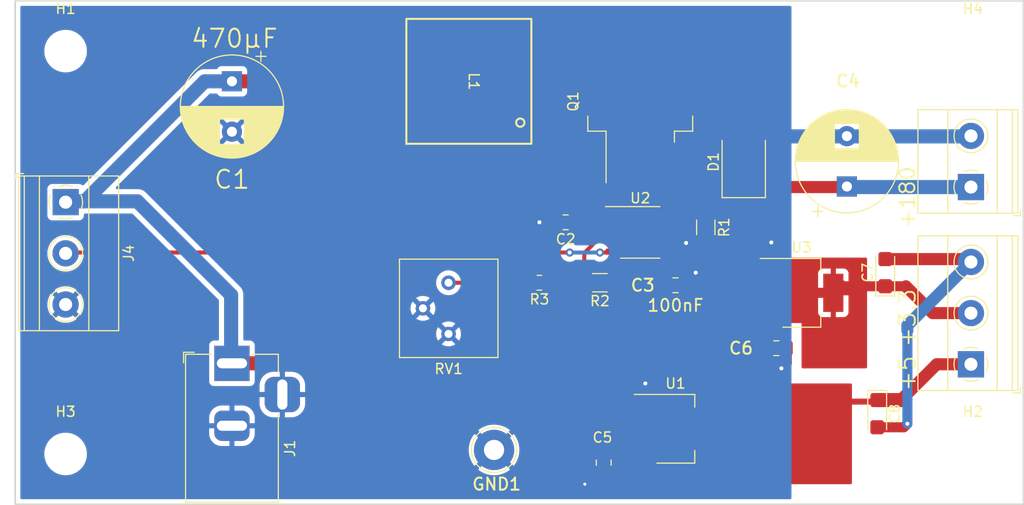
<source format=kicad_pcb>
(kicad_pcb (version 20211014) (generator pcbnew)
  (layers (0 "F.Cu" signal) (31 "B.Cu" signal) (34 "B.Paste" user) (35 "F.Paste" user) (36 "B.SilkS" user "B.Silkscreen") (37 "F.SilkS" user "F.Silkscreen") (38 "B.Mask" user) (39 "F.Mask" user) (44 "Edge.Cuts" user))
  (net 0 "")
  (net 1 "+12V")
  (net 2 "GND")
  (net 3 "Net-(C4-Pad1)")
  (net 4 "+5V")
  (net 5 "+3.3V")
  (net 6 "Net-(D1-Pad2)")
  (net 7 "HV_SHDN")
  (net 8 "Net-(Q1-Pad1)")
  (net 9 "Net-(Q1-Pad3)")
  (net 10 "Net-(R2-Pad2)")
  (net 11 "Net-(R3-Pad2)")
  (net 12 "Net-(C3-Pad1)")
  (footprint "MountingHole:MountingHole_3.2mm_M3" (layer "F.Cu") (at 195 105)
    (fp_text reference "H4" (at 0 -4.2) (layer "F.SilkS"))
    (fp_text value "M3")
    (pad "" np_thru_hole circle (at 0 0) (size 3.2 3.2) (drill 3.2) (layers *.Cu *.Mask))
  )
  (footprint "Package_TO_SOT_SMD:TO-263-2" (layer "F.Cu") (at 162 110 90)
    (fp_text reference "Q1" (at 0 -6.65 90) (layer "F.SilkS"))
    (fp_text value "~")
    (pad "1" smd rect (at -5.775 -2.54 90) (size 4.6 1.1) (layers "F.Cu" "F.Paste" "F.Mask") (net 8 "Net-(Q1-Pad1)"))
    (pad "2" smd rect (at 3.375 0 90) (size 9.4 10.8) (layers "F.Cu" "F.Mask") (net 6 "Net-(D1-Pad2)"))
    (pad "3" smd rect (at -5.775 2.54 90) (size 4.6 1.1) (layers "F.Cu" "F.Paste" "F.Mask") (net 9 "Net-(Q1-Pad3)"))
  )
  (footprint "Resistor_SMD:R_0805_2012Metric_Pad1.20x1.40mm_HandSolder" (layer "F.Cu") (at 152 128 180)
    (fp_text reference "R3" (at 0 -1.65) (layer "F.SilkS"))
    (fp_text value "6.8K")
    (pad "1" smd roundrect (at -1 0 180) (size 1.2 1.4) (layers "F.Cu" "F.Paste" "F.Mask") (roundrect_rratio 0.2083333333) (net 10 "Net-(R2-Pad2)"))
    (pad "2" smd roundrect (at 1 0 180) (size 1.2 1.4) (layers "F.Cu" "F.Paste" "F.Mask") (roundrect_rratio 0.2083333333) (net 11 "Net-(R3-Pad2)"))
  )
  (footprint "Resistor_SMD:R_1206_3216Metric_Pad1.30x1.75mm_HandSolder" (layer "F.Cu") (at 158 128 180)
    (fp_text reference "R2" (at 0 -1.82) (layer "F.SilkS"))
    (fp_text value "1.2M")
    (pad "1" smd roundrect (at -1.55 0 180) (size 1.3 1.75) (layers "F.Cu" "F.Paste" "F.Mask") (roundrect_rratio 0.1923076923) (net 3 "Net-(C4-Pad1)"))
    (pad "2" smd roundrect (at 1.55 0 180) (size 1.3 1.75) (layers "F.Cu" "F.Paste" "F.Mask") (roundrect_rratio 0.1923076923) (net 10 "Net-(R2-Pad2)"))
  )
  (footprint "Capacitor_Tantalum_SMD:CP_EIA-3216-18_Kemet-A" (layer "F.Cu") (at 186.3 127 90)
    (fp_text reference "C7" (at 0 -1.75 90) (layer "F.SilkS"))
    (fp_text value "10uF")
    (pad "1" smd roundrect (at -1.35 0 90) (size 1.4 1.35) (layers "F.Cu" "F.Paste" "F.Mask") (roundrect_rratio 0.1851851852) (net 5 "+3.3V"))
    (pad "2" smd roundrect (at 1.35 0 90) (size 1.4 1.35) (layers "F.Cu" "F.Paste" "F.Mask") (roundrect_rratio 0.1851851852) (net 2 "GND"))
  )
  (footprint "Diode_SMD:D_SMB" (layer "F.Cu") (at 172.26645 116 90)
    (fp_text reference "D1" (at 0 -3 90) (layer "F.SilkS"))
    (fp_text value "~")
    (pad "1" smd rect (at -2.15 0 90) (size 2.5 2.3) (layers "F.Cu" "F.Paste" "F.Mask") (net 3 "Net-(C4-Pad1)"))
    (pad "2" smd rect (at 2.15 0 90) (size 2.5 2.3) (layers "F.Cu" "F.Paste" "F.Mask") (net 6 "Net-(D1-Pad2)"))
  )
  (footprint "Connector_Library:BarrelJack_RS_805-1696" (layer "F.Cu") (at 121.5 136 90)
    (fp_text reference "J1" (at -8.45 5.75 90) (layer "F.SilkS"))
    (fp_text value "12VDC")
    (pad "1" thru_hole rect (at 0 0 90) (size 3.5 3.5) (drill oval 1 3) (layers *.Cu *.Mask) (net 1 "+12V"))
    (pad "2" thru_hole roundrect (at -6.2 0 90) (size 3 3.5) (drill oval 1 3) (layers *.Cu *.Mask) (net 2 "GND"))
    (pad "3" thru_hole roundrect (at -3.1 5 90) (size 3.5 3.5) (drill oval 3 1) (layers *.Cu *.Mask) (net 2 "GND"))
  )
  (footprint "Potentiometer_THT:Potentiometer_Bourns_3386P_Vertical" (layer "F.Cu") (at 142.985 128 180)
    (fp_text reference "RV1" (at -0.015 -8.555) (layer "F.SilkS"))
    (fp_text value "5K")
    (pad "1" thru_hole circle (at 0 0 180) (size 1.44 1.44) (drill 0.8) (layers *.Cu *.Mask) (net 11 "Net-(R3-Pad2)"))
    (pad "2" thru_hole circle (at 2.54 -2.54 180) (size 1.44 1.44) (drill 0.8) (layers *.Cu *.Mask) (net 2 "GND"))
    (pad "3" thru_hole circle (at 0 -5.08 180) (size 1.44 1.44) (drill 0.8) (layers *.Cu *.Mask) (net 2 "GND"))
  )
  (footprint "Capacitor_SMD:C_0805_2012Metric_Pad1.18x1.45mm_HandSolder" (layer "F.Cu") (at 158.375 145.861252 -90)
    (fp_text reference "C5" (at -2.5 0.125 180) (layer "F.SilkS"))
    (fp_text value "1uF")
    (pad "1" smd roundrect (at -1.0375 0 270) (size 1.175 1.45) (layers "F.Cu" "F.Paste" "F.Mask") (roundrect_rratio 0.2127659574) (net 1 "+12V"))
    (pad "2" smd roundrect (at 1.0375 0 270) (size 1.175 1.45) (layers "F.Cu" "F.Paste" "F.Mask") (roundrect_rratio 0.2127659574) (net 2 "GND"))
  )
  (footprint "Capacitor_SMD:C_0805_2012Metric" (layer "F.Cu") (at 154.6 122 180)
    (fp_text reference "C2" (at 0 -1.68) (layer "F.SilkS"))
    (fp_text value "100nF")
    (pad "1" smd roundrect (at -0.95 0 180) (size 1 1.45) (layers "F.Cu" "F.Paste" "F.Mask") (net 1 "+12V"))
    (pad "2" smd roundrect (at 0.95 0 180) (size 1 1.45) (layers "F.Cu" "F.Paste" "F.Mask") (net 2 "GND"))
  )
  (footprint "TestPoint:TestPoint_THTPad_D4.0mm_Drill2.0mm" (layer "F.Cu") (at 147.5 144.6)
    (fp_text reference "GND1" (at 0.25 3.4) (layer "F.SilkS") (effects (font (size 1.2 1.2) (thickness 0.2))))
    (fp_text value "TestPoint")
    (pad "1" thru_hole circle (at 0 0) (size 4 4) (drill 2) (layers *.Cu *.Mask) (net 2 "GND"))
  )
  (footprint "Package_TO_SOT_SMD:SOT-223-3_TabPin2" (layer "F.Cu") (at 178 129)
    (fp_text reference "U3" (at 0 -4.5) (layer "F.SilkS"))
    (fp_text value "AMS1117-3.3")
    (pad "1" smd rect (at -3.15 -2.3) (size 2 1.5) (layers "F.Cu" "F.Paste" "F.Mask") (net 2 "GND"))
    (pad "2" smd rect (at -3.15 0) (size 2 1.5) (layers "F.Cu" "F.Paste" "F.Mask") (net 5 "+3.3V"))
    (pad "2" smd rect (at 3.15 0) (size 2 3.8) (layers "F.Cu" "F.Paste" "F.Mask") (net 5 "+3.3V"))
    (pad "3" smd rect (at -3.15 2.3) (size 2 1.5) (layers "F.Cu" "F.Paste" "F.Mask") (net 1 "+12V"))
  )
  (footprint "Package_SO:SO-8_3.9x4.9mm_P1.27mm" (layer "F.Cu") (at 162 123)
    (fp_text reference "U2" (at 0 -3.4) (layer "F.SilkS"))
    (fp_text value "MAX1771ESA")
    (pad "1" smd roundrect (at -2.575 -1.905) (size 1.75 0.6) (layers "F.Cu" "F.Paste" "F.Mask") (net 8 "Net-(Q1-Pad1)"))
    (pad "2" smd roundrect (at -2.575 -0.635) (size 1.75 0.6) (layers "F.Cu" "F.Paste" "F.Mask") (net 1 "+12V"))
    (pad "3" smd roundrect (at -2.575 0.635) (size 1.75 0.6) (layers "F.Cu" "F.Paste" "F.Mask") (net 10 "Net-(R2-Pad2)"))
    (pad "4" smd roundrect (at -2.575 1.905) (size 1.75 0.6) (layers "F.Cu" "F.Paste" "F.Mask") (net 7 "HV_SHDN"))
    (pad "5" smd roundrect (at 2.575 1.905) (size 1.75 0.6) (layers "F.Cu" "F.Paste" "F.Mask") (net 12 "Net-(C3-Pad1)"))
    (pad "6" smd roundrect (at 2.575 0.635) (size 1.75 0.6) (layers "F.Cu" "F.Paste" "F.Mask") (net 2 "GND"))
    (pad "7" smd roundrect (at 2.575 -0.635) (size 1.75 0.6) (layers "F.Cu" "F.Paste" "F.Mask") (net 2 "GND"))
    (pad "8" smd roundrect (at 2.575 -1.905) (size 1.75 0.6) (layers "F.Cu" "F.Paste" "F.Mask") (net 9 "Net-(Q1-Pad3)"))
  )
  (footprint "Resistor_SMD:R_1206_3216Metric_Pad1.30x1.75mm_HandSolder" (layer "F.Cu") (at 168.5 122.5 -90)
    (fp_text reference "R1" (at 0 -1.82 90) (layer "F.SilkS"))
    (fp_text value "0.05")
    (pad "1" smd roundrect (at -1.55 0 270) (size 1.3 1.75) (layers "F.Cu" "F.Paste" "F.Mask") (roundrect_rratio 0.1923076923) (net 9 "Net-(Q1-Pad3)"))
    (pad "2" smd roundrect (at 1.55 0 270) (size 1.3 1.75) (layers "F.Cu" "F.Paste" "F.Mask") (roundrect_rratio 0.1923076923) (net 2 "GND"))
  )
  (footprint "Capacitor_Tantalum_SMD:CP_EIA-3216-18_Kemet-A" (layer "F.Cu") (at 185.5 141 -90)
    (fp_text reference "C8" (at 0 -1.75 90) (layer "F.SilkS"))
    (fp_text value "10uF")
    (pad "1" smd roundrect (at -1.35 0 270) (size 1.4 1.35) (layers "F.Cu" "F.Paste" "F.Mask") (roundrect_rratio 0.1851851852) (net 4 "+5V"))
    (pad "2" smd roundrect (at 1.35 0 270) (size 1.4 1.35) (layers "F.Cu" "F.Paste" "F.Mask") (roundrect_rratio 0.1851851852) (net 2 "GND"))
  )
  (footprint "TerminalBlock_Phoenix:TerminalBlock_Phoenix_MKDS-1,5-3-5.08_1x03_P5.08mm_Horizontal" (layer "F.Cu") (at 105 120 -90)
    (fp_text reference "J4" (at 5.08 -6.26 90) (layer "F.SilkS"))
    (fp_text value "Screw_Terminal_01x03")
    (pad "1" thru_hole rect (at 0 0 270) (size 2.6 2.6) (drill 1.3) (layers *.Cu *.Mask) (net 1 "+12V"))
    (pad "2" thru_hole circle (at 5.08 0 270) (size 2.6 2.6) (drill 1.3) (layers *.Cu *.Mask) (net 7 "HV_SHDN"))
    (pad "3" thru_hole circle (at 10.16 0 270) (size 2.6 2.6) (drill 1.3) (layers *.Cu *.Mask) (net 2 "GND"))
  )
  (footprint "Capacitor_SMD:C_0805_2012Metric_Pad1.18x1.45mm_HandSolder" (layer "F.Cu") (at 175.5 134.5)
    (fp_text reference "C6" (at -3.5 0) (layer "F.SilkS") (effects (font (size 1.2 1.2) (thickness 0.2))))
    (fp_text value "1uF")
    (pad "1" smd roundrect (at -1.0375 0) (size 1.175 1.45) (layers "F.Cu" "F.Paste" "F.Mask") (roundrect_rratio 0.2127659574) (net 1 "+12V"))
    (pad "2" smd roundrect (at 1.0375 0) (size 1.175 1.45) (layers "F.Cu" "F.Paste" "F.Mask") (roundrect_rratio 0.2127659574) (net 2 "GND"))
  )
  (footprint "TerminalBlock_Phoenix:TerminalBlock_Phoenix_MKDS-1,5-2-5.08_1x02_P5.08mm_Horizontal" (layer "F.Cu") (at 194.805 118.5 90)
    (fp_text reference "J2" hide)
    (fp_text value "Screw_Terminal_01x02" hide)
    (pad "1" thru_hole rect (at 0 0 90) (size 2.6 2.6) (drill 1.3) (layers *.Cu *.Mask) (net 3 "Net-(C4-Pad1)"))
    (pad "2" thru_hole circle (at 5.08 0 90) (size 2.6 2.6) (drill 1.3) (layers *.Cu *.Mask) (net 2 "GND"))
  )
  (footprint "Capacitor_THT:CP_Radial_D10.0mm_P5.00mm" (layer "F.Cu") (at 121.5 108 -90)
    (fp_text reference "C1" (at 9.75 0 -180) (layer "F.SilkS") (effects (font (size 1.8 1.8) (thickness 0.2))))
    (fp_text value "470µF" (at -4.25 -0.25 -180) (layer "F.SilkS") (effects (font (size 1.8 1.8) (thickness 0.2))))
    (pad "1" thru_hole rect (at 0 0 270) (size 2 2) (drill 1) (layers *.Cu *.Mask) (net 1 "+12V"))
    (pad "2" thru_hole circle (at 5 0 270) (size 2 2) (drill 1) (layers *.Cu *.Mask) (net 2 "GND"))
  )
  (footprint "MountingHole:MountingHole_3.2mm_M3" (layer "F.Cu") (at 195 145)
    (fp_text reference "H2" (at 0 -4.2) (layer "F.SilkS"))
    (fp_text value "M3")
    (pad "" np_thru_hole circle (at 0 0) (size 3.2 3.2) (drill 3.2) (layers F&B.Cu *.Mask))
  )
  (footprint "Package_TO_SOT_SMD:SOT-223-3_TabPin2" (layer "F.Cu") (at 165.5 142.5)
    (fp_text reference "U1" (at 0 -4.5) (layer "F.SilkS"))
    (fp_text value "AMS1117-5.0")
    (pad "1" smd rect (at -3.15 -2.3) (size 2 1.5) (layers "F.Cu" "F.Paste" "F.Mask") (net 2 "GND"))
    (pad "2" smd rect (at -3.15 0) (size 2 1.5) (layers "F.Cu" "F.Paste" "F.Mask") (net 4 "+5V"))
    (pad "2" smd rect (at 3.15 0) (size 2 3.8) (layers "F.Cu" "F.Paste" "F.Mask") (net 4 "+5V"))
    (pad "3" smd rect (at -3.15 2.3) (size 2 1.5) (layers "F.Cu" "F.Paste" "F.Mask") (net 1 "+12V"))
  )
  (footprint "Capacitor_SMD:C_0805_2012Metric" (layer "F.Cu") (at 165.5 128.25)
    (fp_text reference "C3" (at -3.25 0) (layer "F.SilkS") (effects (font (size 1.2 1.2) (thickness 0.2))))
    (fp_text value "100nF" (at 0 2) (layer "F.SilkS") (effects (font (size 1.2 1.2) (thickness 0.18))))
    (pad "1" smd roundrect (at -0.95 0) (size 1 1.45) (layers "F.Cu" "F.Paste" "F.Mask") (net 12 "Net-(C3-Pad1)"))
    (pad "2" smd roundrect (at 0.95 0) (size 1 1.45) (layers "F.Cu" "F.Paste" "F.Mask") (net 2 "GND"))
  )
  (footprint "TerminalBlock_Phoenix:TerminalBlock_Phoenix_MKDS-1,5-3-5.08_1x03_P5.08mm_Horizontal" (layer "F.Cu") (at 194.805 136.096 90)
    (fp_text reference "J3" hide)
    (fp_text value "Screw_Terminal_01x03" hide)
    (pad "1" thru_hole rect (at 0 0 90) (size 2.6 2.6) (drill 1.3) (layers *.Cu *.Mask) (net 4 "+5V"))
    (pad "2" thru_hole circle (at 5.08 0 90) (size 2.6 2.6) (drill 1.3) (layers *.Cu *.Mask) (net 5 "+3.3V"))
    (pad "3" thru_hole circle (at 10.16 0 90) (size 2.6 2.6) (drill 1.3) (layers *.Cu *.Mask) (net 2 "GND"))
  )
  (footprint "MountingHole:MountingHole_3.2mm_M3" (layer "F.Cu") (at 105 105)
    (fp_text reference "H1" (at 0 -4.2) (layer "F.SilkS"))
    (fp_text value "M3")
    (pad "" np_thru_hole circle (at 0 0) (size 3.2 3.2) (drill 3.2) (layers *.Cu *.Mask))
  )
  (footprint "CoilCraft:L_CoilCraft_MSS1210" (layer "F.Cu") (at 145 108 -90)
    (fp_text reference "L1" (at 0 -0.5 -90 unlocked) (layer "F.SilkS"))
    (fp_text value "47µH")
    (pad "1" smd roundrect (at 0 -4.75 270) (size 5.5 3) (layers "F.Cu" "F.Paste" "F.Mask") (net 6 "Net-(D1-Pad2)"))
    (pad "2" smd roundrect (at 0 4.75 270) (size 5.5 3) (layers "F.Cu" "F.Paste" "F.Mask") (net 1 "+12V"))
  )
  (footprint "Capacitor_THT:CP_Radial_D10.0mm_P5.00mm" (layer "F.Cu") (at 182.5 118.441807 90)
    (fp_text reference "C4" (at 10.467677 0.1 180) (layer "F.SilkS") (effects (font (size 1.2 1.2) (thickness 0.2))))
    (fp_text value "3.3µF 400V")
    (pad "1" thru_hole rect (at 0 0 90) (size 2 2) (drill 1) (layers *.Cu *.Mask) (net 3 "Net-(C4-Pad1)"))
    (pad "2" thru_hole circle (at 5 0 90) (size 2 2) (drill 1) (layers *.Cu *.Mask) (net 2 "GND"))
  )
  (footprint "MountingHole:MountingHole_3.2mm_M3" (layer "F.Cu") (at 105 145)
    (fp_text reference "H3" (at 0 -4.2) (layer "F.SilkS"))
    (fp_text value "M3")
    (pad "" np_thru_hole circle (at 0 0) (size 3.2 3.2) (drill 3.2) (layers *.Cu *.Mask))
  )
  (gr_rect (start 200 150) (end 100 100) (layer "Edge.Cuts") (width 0.15) (fill none))
  (gr_text "+5" (at 188.5 137 90) (layer "F.SilkS") (effects (font (size 1.6 1.6) (thickness 0.18))))
  (gr_text "+180" (at 188.5 119.5 90) (layer "F.SilkS") (effects (font (size 1.5 1.5) (thickness 0.18))))
  (gr_text "+3.3" (at 188.5 131.5 90) (layer "F.SilkS") (effects (font (size 1.6 1.6) (thickness 0.18))))
  (segment (start 158.375 144.823752) (end 158.375 137.625) (width 1) (layer "F.Cu") (net 1))
  (segment (start 174.4625 134.5) (end 174.4625 131.6875) (width 1) (layer "F.Cu") (net 1))
  (segment (start 155 119) (end 155.5375 119.5375) (width 1) (layer "F.Cu") (net 1))
  (segment (start 130.6 136) (end 135.2 140.6) (width 1.4) (layer "F.Cu") (net 1))
  (segment (start 174.4625 131.6875) (end 174.85 131.3) (width 1) (layer "F.Cu") (net 1))
  (segment (start 140.25 108) (end 151.25 119) (width 1) (layer "F.Cu") (net 1))
  (segment (start 161.5 134.5) (end 174.4625 134.5) (width 1) (layer "F.Cu") (net 1))
  (segment (start 155.5375 119.5375) (end 155.5375 122.25) (width 1) (layer "F.Cu") (net 1))
  (segment (start 155.4 144.8) (end 162.35 144.8) (width 1.4) (layer "F.Cu") (net 1))
  (segment (start 159.425 122.365) (end 155.6525 122.365) (width 0.4) (layer "F.Cu") (net 1))
  (segment (start 151.25 119) (end 155 119) (width 1) (layer "F.Cu") (net 1))
  (segment (start 151.2 140.6) (end 155.4 144.8) (width 1.4) (layer "F.Cu") (net 1))
  (segment (start 135.2 140.6) (end 151.2 140.6) (width 1.4) (layer "F.Cu") (net 1))
  (segment (start 121.5 108) (end 140.25 108) (width 1.4) (layer "F.Cu") (net 1))
  (segment (start 158.375 137.625) (end 161.5 134.5) (width 1) (layer "F.Cu") (net 1))
  (segment (start 121.5 136) (end 130.6 136) (width 1.4) (layer "F.Cu") (net 1))
  (segment (start 155.6525 122.365) (end 155.5375 122.25) (width 0.4) (layer "F.Cu") (net 1))
  (segment (start 104.695 119.915) (end 106.885 119.915) (width 1.4) (layer "B.Cu") (net 1))
  (segment (start 106.885 119.915) (end 118.8 108) (width 1.4) (layer "B.Cu") (net 1))
  (segment (start 104.695 119.915) (end 112.115 119.915) (width 1.4) (layer "B.Cu") (net 1))
  (segment (start 121.4175 129.2175) (end 121.4175 136.2) (width 1.4) (layer "B.Cu") (net 1))
  (segment (start 112.115 119.915) (end 121.4175 129.2175) (width 1.4) (layer "B.Cu") (net 1))
  (segment (start 118.8 108) (end 121.5 108) (width 1.4) (layer "B.Cu") (net 1))
  (segment (start 162.35 140.2) (end 162.35 138.15) (width 1) (layer "F.Cu") (net 2))
  (segment (start 194.519 125.65) (end 194.805 125.936) (width 1.2) (layer "F.Cu") (net 2))
  (segment (start 176.5375 134.5) (end 176.5375 135.9625) (width 1) (layer "F.Cu") (net 2))
  (segment (start 166 123.5) (end 165.865 123.635) (width 0.6) (layer "F.Cu") (net 2))
  (segment (start 185.5 142.35) (end 188.15 142.35) (width 1) (layer "F.Cu") (net 2))
  (segment (start 153.65 122) (end 152 122) (width 1) (layer "F.Cu") (net 2))
  (segment (start 158.375 146.898752) (end 157.601248 146.898752) (width 0.8) (layer "F.Cu") (net 2))
  (segment (start 174.85 124.15) (end 175 124) (width 1) (layer "F.Cu") (net 2))
  (segment (start 176.5375 135.9625) (end 176 136.5) (width 1) (layer "F.Cu") (net 2))
  (segment (start 166.45 128.05) (end 167.5 127) (width 0.6) (layer "F.Cu") (net 2))
  (segment (start 166.55 124.05) (end 166 123.5) (width 0.6) (layer "F.Cu") (net 2))
  (segment (start 164.575 122.365) (end 165.865 122.365) (width 0.6) (layer "F.Cu") (net 2))
  (segment (start 157.601248 146.898752) (end 156.5 148) (width 0.8) (layer "F.Cu") (net 2))
  (segment (start 166.45 128.25) (end 166.45 128.05) (width 0.6) (layer "F.Cu") (net 2))
  (segment (start 186.3 125.65) (end 194.519 125.65) (width 1.2) (layer "F.Cu") (net 2))
  (segment (start 162.35 138.15) (end 162.5 138) (width 1) (layer "F.Cu") (net 2))
  (segment (start 174.85 126.7) (end 174.85 124.15) (width 1) (layer "F.Cu") (net 2))
  (segment (start 165.865 122.365) (end 166 122.5) (width 0.6) (layer "F.Cu") (net 2))
  (segment (start 188.15 142.35) (end 188.5 142) (width 1) (layer "F.Cu") (net 2))
  (segment (start 166 122.5) (end 166 123.5) (width 0.6) (layer "F.Cu") (net 2))
  (segment (start 168.5 124.05) (end 166.55 124.05) (width 0.6) (layer "F.Cu") (net 2))
  (segment (start 165.865 123.635) (end 164.575 123.635) (width 0.6) (layer "F.Cu") (net 2))
  (via (at 175 124) (size 0.8) (drill 0.4) (layers "F.Cu" "B.Cu") (net 2))
  (via (at 167.5 127) (size 0.8) (drill 0.4) (layers "F.Cu" "B.Cu") (net 2))
  (via (at 156.5 148) (size 0.6) (drill 0.3) (layers "F.Cu" "B.Cu") (net 2))
  (via (at 162.5 138) (size 0.8) (drill 0.4) (layers "F.Cu" "B.Cu") (net 2))
  (via (at 166.55 124.05) (size 0.8) (drill 0.4) (layers "F.Cu" "B.Cu") (net 2))
  (via (at 188.5 142) (size 0.8) (drill 0.4) (layers "F.Cu" "B.Cu") (net 2))
  (via (at 152 122) (size 0.8) (drill 0.4) (layers "F.Cu" "B.Cu") (net 2))
  (via (at 176 136.5) (size 0.8) (drill 0.4) (layers "F.Cu" "B.Cu") (net 2))
  (segment (start 182.4 113.467677) (end 194.952323 113.467677) (width 1.4) (layer "B.Cu") (net 2))
  (segment (start 182.4 113.467677) (end 174.532323 113.467677) (width 1.4) (layer "B.Cu") (net 2))
  (segment (start 188.5 132.73) (end 188.5 132.241) (width 1.2) (layer "B.Cu") (net 2))
  (segment (start 188.5 142) (end 188.5 132.73) (width 1) (layer "B.Cu") (net 2))
  (segment (start 188.5 132.241) (end 194.805 125.936) (width 1.2) (layer "B.Cu") (net 2))
  (segment (start 182.402677 113.465) (end 182.4 113.467677) (width 1.4) (layer "B.Cu") (net 2))
  (segment (start 168 131) (end 162.55 131) (width 0.6) (layer "F.Cu") (net 3))
  (segment (start 172.26645 126.73355) (end 168 131) (width 0.6) (layer "F.Cu") (net 3))
  (segment (start 182.4 118.5) (end 172.61645 118.5) (width 1.2) (layer "F.Cu") (net 3))
  (segment (start 172.26645 118.15) (end 172.26645 126.73355) (width 0.6) (layer "F.Cu") (net 3))
  (segment (start 162.55 131) (end 159.55 128) (width 0.6) (layer "F.Cu") (net 3))
  (segment (start 172.61645 118.5) (end 172.26645 118.15) (width 1.2) (layer "F.Cu") (net 3))
  (segment (start 195 118.5) (end 182.4 118.5) (width 1.4) (layer "B.Cu") (net 3))
  (segment (start 187.85 139.65) (end 191.404 136.096) (width 1.2) (layer "F.Cu") (net 4))
  (segment (start 176.5 142.5) (end 179.2 139.8) (width 0.6) (layer "F.Cu") (net 4))
  (segment (start 185.5 139.65) (end 187.85 139.65) (width 1.4) (layer "F.Cu") (net 4))
  (segment (start 179.2 139.8) (end 185.35 139.8) (width 0.6) (layer "F.Cu") (net 4))
  (segment (start 162.35 142.5) (end 168.65 142.5) (width 0.6) (layer "F.Cu") (net 4))
  (segment (start 185.35 139.8) (end 185.5 139.65) (width 0.6) (layer "F.Cu") (net 4))
  (segment (start 168.65 142.5) (end 176.5 142.5) (width 0.6) (layer "F.Cu") (net 4))
  (segment (start 191.404 136.096) (end 194.805 136.096) (width 1.2) (layer "F.Cu") (net 4))
  (segment (start 186.3 128.35) (end 181.8 128.35) (width 1) (layer "F.Cu") (net 5))
  (segment (start 174.85 129) (end 181.15 129) (width 1) (layer "F.Cu") (net 5))
  (segment (start 191.016 131.016) (end 194.805 131.016) (width 1.2) (layer "F.Cu") (net 5))
  (segment (start 188.35 128.35) (end 191.016 131.016) (width 1.2) (layer "F.Cu") (net 5))
  (segment (start 186.3 128.35) (end 188.35 128.35) (width 1) (layer "F.Cu") (net 5))
  (segment (start 181.8 128.35) (end 181.15 129) (width 1.4) (layer "F.Cu") (net 5))
  (segment (start 154.995 124.995) (end 155 125) (width 0.4) (layer "F.Cu") (net 7))
  (segment (start 158 125) (end 159.33 125) (width 0.4) (layer "F.Cu") (net 7))
  (segment (start 104.695 124.995) (end 154.995 124.995) (width 0.4) (layer "F.Cu") (net 7))
  (segment (start 159.33 125) (end 159.425 124.905) (width 0.4) (layer "F.Cu") (net 7))
  (via (at 155 125) (size 0.8) (drill 0.4) (layers "F.Cu" "B.Cu") (net 7))
  (via (at 158 125) (size 0.8) (drill 0.4) (layers "F.Cu" "B.Cu") (net 7))
  (segment (start 155 125) (end 158 125) (width 0.4) (layer "B.Cu") (net 7))
  (segment (start 159.46 121.06) (end 159.425 121.095) (width 0.4) (layer "F.Cu") (net 8))
  (segment (start 159.46 115.775) (end 159.46 121.06) (width 0.4) (layer "F.Cu") (net 8))
  (segment (start 164.54 121.06) (end 164.575 121.095) (width 0.4) (layer "F.Cu") (net 9))
  (segment (start 164.54 115.775) (end 164.54 121.06) (width 0.4) (layer "F.Cu") (net 9))
  (segment (start 168.355 121.095) (end 168.5 120.95) (width 0.4) (layer "F.Cu") (net 9))
  (segment (start 164.575 121.095) (end 168.355 121.095) (width 0.4) (layer "F.Cu") (net 9))
  (segment (start 157.865 123.635) (end 156.45 125.05) (width 0.4) (layer "F.Cu") (net 10))
  (segment (start 156.45 125.05) (end 156.45 128) (width 0.4) (layer "F.Cu") (net 10))
  (segment (start 159.425 123.635) (end 157.865 123.635) (width 0.4) (layer "F.Cu") (net 10))
  (segment (start 156.45 128) (end 153 128) (width 0.4) (layer "F.Cu") (net 10))
  (segment (start 151 128) (end 142.985 128) (width 0.4) (layer "F.Cu") (net 11))
  (segment (start 164.575 128.225) (end 164.55 128.25) (width 0.4) (layer "F.Cu") (net 12))
  (segment (start 164.575 124.905) (end 164.575 128.225) (width 0.4) (layer "F.Cu") (net 12))
  (zone (net 4) (net_name "+5V") (layer "F.Cu") (priority 1) (connect_pads (clearance 0.508)) (min_thickness 0.254) (fill yes (thermal_gap 0.508) (thermal_bridge_width 0.508))
    (polygon (pts (xy 183 148) (xy 165 148) (xy 165 138) (xy 183 138)))
  )
  (zone (net 6) (net_name "Net-(D1-Pad2)") (layer "F.Cu") (priority 1) (connect_pads (clearance 0.508)) (min_thickness 0.254) (fill yes (thermal_gap 0.508) (thermal_bridge_width 0.508))
    (polygon (pts (xy 175.6 115.8) (xy 170.2 115.8) (xy 170.2 112) (xy 155 112) (xy 155 111.2) (xy 147 111.2) (xy 147 100.6) (xy 175.6 100.6)))
  )
  (zone (net 5) (net_name "+3.3V") (layer "F.Cu") (priority 1) (connect_pads (clearance 0.508)) (min_thickness 0.254) (fill yes (thermal_gap 0.508) (thermal_bridge_width 0.508))
    (polygon (pts (xy 184.5 136.5) (xy 178 136.5) (xy 178 132) (xy 176.5 132) (xy 176.5 125.5) (xy 184.5 125.5)))
  )
  (zone (net 2) (net_name "GND") (layer "B.Cu") (connect_pads (clearance 0.508)) (min_thickness 0.254) (fill yes (thermal_gap 0.508) (thermal_bridge_width 0.508))
    (polygon (pts (xy 177 149.5) (xy 100.5 149.5) (xy 100.5 100.5) (xy 177 100.5)))
  )
)
</source>
